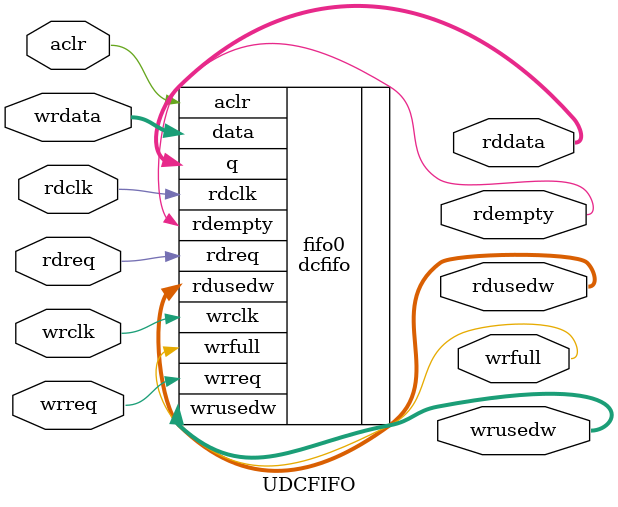
<source format=v>
module UDCFIFO ( 
                      aclr,
                      wrclk,
                      wrreq,
                      wrdata,
                      wrusedw,
                      wrfull,
                      rdclk,
                      rdreq,
                      rddata,
                      rdusedw,
                      rdempty
                 );
//===========================================================================
// PARAMETER declarations
//===========================================================================
parameter Fifo_Depth = 2024;
parameter DATAWIDTH  = 32;
//===========================================================================
// PORT declarations
//===========================================================================
// write side
input                          aclr;
input                          wrclk;
input                          wrreq;
input  [DATAWIDTH-1:0]         wrdata;
output [$clog2(Fifo_Depth)-1:0] wrusedw;
output                         wrfull;

// read side
input                          rdclk;
input                          rdreq;
output [DATAWIDTH-1:0]         rddata;
output [$clog2(Fifo_Depth)-1:0] rdusedw;
output                         rdempty;

//=============================================================================
// REG/WIRE declarations
//=============================================================================


dcfifo fifo0 (
  .aclr(aclr), 
// write side
  .wrclk(wrclk),
  .wrreq(wrreq),
  .data(wrdata),
  .wrusedw(wrusedw),
  .wrfull(wrfull),

// read side
  .rdclk(rdclk),
  .rdreq(rdreq),
  .q(rddata),  
  .rdusedw(rdusedw),
  .rdempty(rdempty)
);

defparam fifo0.intended_device_family = "Cyclone IV GX";
defparam fifo0.lpm_width = DATAWIDTH;
defparam fifo0.lpm_numwords = Fifo_Depth;
defparam fifo0.lpm_showahead = "ON";
defparam fifo0.use_eab = "ON";
defparam fifo0.add_ram_output_register = "ON";
defparam fifo0.underflow_checking = "OFF";
defparam fifo0.overflow_checking = "OFF";
defparam fifo0.rdsync_delaypipe = 4;
defparam fifo0.wrsync_delaypipe = 4;
endmodule 
</source>
